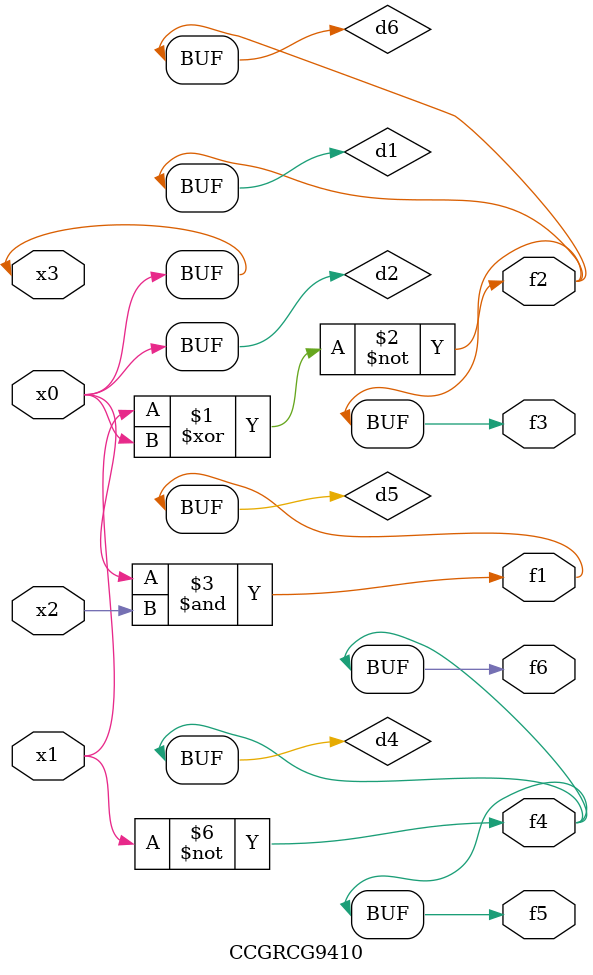
<source format=v>
module CCGRCG9410(
	input x0, x1, x2, x3,
	output f1, f2, f3, f4, f5, f6
);

	wire d1, d2, d3, d4, d5, d6;

	xnor (d1, x1, x3);
	buf (d2, x0, x3);
	nand (d3, x0, x2);
	not (d4, x1);
	nand (d5, d3);
	or (d6, d1);
	assign f1 = d5;
	assign f2 = d6;
	assign f3 = d6;
	assign f4 = d4;
	assign f5 = d4;
	assign f6 = d4;
endmodule

</source>
